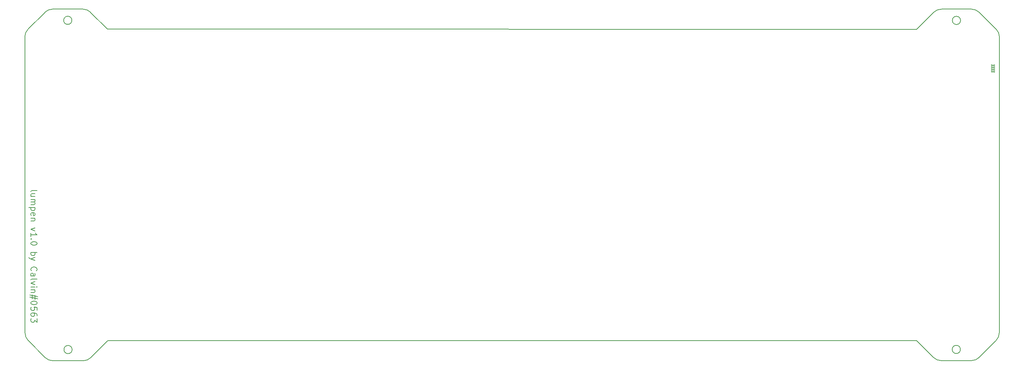
<source format=gbr>
%TF.GenerationSoftware,KiCad,Pcbnew,(6.0.7)*%
%TF.CreationDate,2023-01-05T12:45:50+01:00*%
%TF.ProjectId,lumpen backplate,6c756d70-656e-4206-9261-636b706c6174,rev?*%
%TF.SameCoordinates,Original*%
%TF.FileFunction,Legend,Top*%
%TF.FilePolarity,Positive*%
%FSLAX46Y46*%
G04 Gerber Fmt 4.6, Leading zero omitted, Abs format (unit mm)*
G04 Created by KiCad (PCBNEW (6.0.7)) date 2023-01-05 12:45:50*
%MOMM*%
%LPD*%
G01*
G04 APERTURE LIST*
%TA.AperFunction,Profile*%
%ADD10C,0.200000*%
%TD*%
%ADD11C,0.150000*%
%ADD12C,0.050000*%
G04 APERTURE END LIST*
D10*
X33287290Y-128781256D02*
X25917546Y-128781256D01*
X39350957Y-123825611D02*
X35178801Y-127997767D01*
X25855692Y-42668887D02*
G75*
G03*
X23964181Y-43452380I8J-2675013D01*
G01*
X19102418Y-121966128D02*
X19040564Y-49484019D01*
X236913960Y-123824293D02*
X39350957Y-123825611D01*
X252245970Y-43472322D02*
G75*
G03*
X250354482Y-42688810I-1891570J-1891578D01*
G01*
X242984738Y-42688823D02*
G75*
G03*
X241096372Y-43469515I-38J-2674077D01*
G01*
X252245993Y-43472299D02*
X256386121Y-47612427D01*
X39257075Y-47592508D02*
X236956244Y-47609643D01*
X236956244Y-47609643D02*
X241096372Y-43469515D01*
X30540436Y-45418891D02*
G75*
G03*
X30540436Y-45418891I-1000000J0D01*
G01*
X250315343Y-128747910D02*
X242945599Y-128747910D01*
X30602546Y-126031256D02*
G75*
G03*
X30602546Y-126031256I-1000000J0D01*
G01*
X25855692Y-42668891D02*
X33225436Y-42668891D01*
X257169610Y-49503938D02*
X257130471Y-121932782D01*
X247669482Y-45438810D02*
G75*
G03*
X247669482Y-45438810I-1000000J0D01*
G01*
X250315343Y-128747926D02*
G75*
G03*
X252206854Y-127964421I57J2674826D01*
G01*
X241054108Y-127964401D02*
G75*
G03*
X242945599Y-128747910I1891492J1891401D01*
G01*
X35116939Y-43452388D02*
G75*
G03*
X33225436Y-42668891I-1891439J-1891312D01*
G01*
X256346997Y-123824308D02*
G75*
G03*
X257130471Y-121932782I-1891797J1891608D01*
G01*
X256346982Y-123824293D02*
X252206854Y-127964421D01*
X33287290Y-128781221D02*
G75*
G03*
X35178801Y-127997767I110J2674821D01*
G01*
X24026035Y-127997767D02*
X19885907Y-123857639D01*
X242984738Y-42688810D02*
X250354482Y-42688810D01*
X241054088Y-127964421D02*
X236913960Y-123824293D01*
X24026051Y-127997751D02*
G75*
G03*
X25917546Y-128781256I1891549J1891551D01*
G01*
X19824057Y-47592512D02*
G75*
G03*
X19040564Y-49484019I1891443J-1891488D01*
G01*
X19824053Y-47592508D02*
X23964181Y-43452380D01*
X35116947Y-43452380D02*
X39257075Y-47592508D01*
X247630599Y-125997910D02*
G75*
G03*
X247630599Y-125997910I-1000000J0D01*
G01*
X257169605Y-49503938D02*
G75*
G03*
X256386121Y-47612427I-2675405J-162D01*
G01*
X19102451Y-121966128D02*
G75*
G03*
X19885907Y-123857639I2675149J28D01*
G01*
D11*
X20530428Y-87330357D02*
X20601857Y-87187500D01*
X20744714Y-87116071D01*
X22030428Y-87116071D01*
X21530428Y-88544642D02*
X20530428Y-88544642D01*
X21530428Y-87901785D02*
X20744714Y-87901785D01*
X20601857Y-87973214D01*
X20530428Y-88116071D01*
X20530428Y-88330357D01*
X20601857Y-88473214D01*
X20673285Y-88544642D01*
X20530428Y-89258928D02*
X21530428Y-89258928D01*
X21387571Y-89258928D02*
X21459000Y-89330357D01*
X21530428Y-89473214D01*
X21530428Y-89687500D01*
X21459000Y-89830357D01*
X21316142Y-89901785D01*
X20530428Y-89901785D01*
X21316142Y-89901785D02*
X21459000Y-89973214D01*
X21530428Y-90116071D01*
X21530428Y-90330357D01*
X21459000Y-90473214D01*
X21316142Y-90544642D01*
X20530428Y-90544642D01*
X21530428Y-91258928D02*
X20030428Y-91258928D01*
X21459000Y-91258928D02*
X21530428Y-91401785D01*
X21530428Y-91687500D01*
X21459000Y-91830357D01*
X21387571Y-91901785D01*
X21244714Y-91973214D01*
X20816142Y-91973214D01*
X20673285Y-91901785D01*
X20601857Y-91830357D01*
X20530428Y-91687500D01*
X20530428Y-91401785D01*
X20601857Y-91258928D01*
X20601857Y-93187500D02*
X20530428Y-93044642D01*
X20530428Y-92758928D01*
X20601857Y-92616071D01*
X20744714Y-92544642D01*
X21316142Y-92544642D01*
X21459000Y-92616071D01*
X21530428Y-92758928D01*
X21530428Y-93044642D01*
X21459000Y-93187500D01*
X21316142Y-93258928D01*
X21173285Y-93258928D01*
X21030428Y-92544642D01*
X21530428Y-93901785D02*
X20530428Y-93901785D01*
X21387571Y-93901785D02*
X21459000Y-93973214D01*
X21530428Y-94116071D01*
X21530428Y-94330357D01*
X21459000Y-94473214D01*
X21316142Y-94544642D01*
X20530428Y-94544642D01*
X21530428Y-96258928D02*
X20530428Y-96616071D01*
X21530428Y-96973214D01*
X20530428Y-98330357D02*
X20530428Y-97473214D01*
X20530428Y-97901785D02*
X22030428Y-97901785D01*
X21816142Y-97758928D01*
X21673285Y-97616071D01*
X21601857Y-97473214D01*
X20673285Y-98973214D02*
X20601857Y-99044642D01*
X20530428Y-98973214D01*
X20601857Y-98901785D01*
X20673285Y-98973214D01*
X20530428Y-98973214D01*
X22030428Y-99973214D02*
X22030428Y-100116071D01*
X21959000Y-100258928D01*
X21887571Y-100330357D01*
X21744714Y-100401785D01*
X21459000Y-100473214D01*
X21101857Y-100473214D01*
X20816142Y-100401785D01*
X20673285Y-100330357D01*
X20601857Y-100258928D01*
X20530428Y-100116071D01*
X20530428Y-99973214D01*
X20601857Y-99830357D01*
X20673285Y-99758928D01*
X20816142Y-99687500D01*
X21101857Y-99616071D01*
X21459000Y-99616071D01*
X21744714Y-99687500D01*
X21887571Y-99758928D01*
X21959000Y-99830357D01*
X22030428Y-99973214D01*
X20530428Y-102258928D02*
X22030428Y-102258928D01*
X21459000Y-102258928D02*
X21530428Y-102401785D01*
X21530428Y-102687500D01*
X21459000Y-102830357D01*
X21387571Y-102901785D01*
X21244714Y-102973214D01*
X20816142Y-102973214D01*
X20673285Y-102901785D01*
X20601857Y-102830357D01*
X20530428Y-102687500D01*
X20530428Y-102401785D01*
X20601857Y-102258928D01*
X21530428Y-103473214D02*
X20530428Y-103830357D01*
X21530428Y-104187500D02*
X20530428Y-103830357D01*
X20173285Y-103687500D01*
X20101857Y-103616071D01*
X20030428Y-103473214D01*
X20673285Y-106758928D02*
X20601857Y-106687500D01*
X20530428Y-106473214D01*
X20530428Y-106330357D01*
X20601857Y-106116071D01*
X20744714Y-105973214D01*
X20887571Y-105901785D01*
X21173285Y-105830357D01*
X21387571Y-105830357D01*
X21673285Y-105901785D01*
X21816142Y-105973214D01*
X21959000Y-106116071D01*
X22030428Y-106330357D01*
X22030428Y-106473214D01*
X21959000Y-106687500D01*
X21887571Y-106758928D01*
X20530428Y-108044642D02*
X21316142Y-108044642D01*
X21459000Y-107973214D01*
X21530428Y-107830357D01*
X21530428Y-107544642D01*
X21459000Y-107401785D01*
X20601857Y-108044642D02*
X20530428Y-107901785D01*
X20530428Y-107544642D01*
X20601857Y-107401785D01*
X20744714Y-107330357D01*
X20887571Y-107330357D01*
X21030428Y-107401785D01*
X21101857Y-107544642D01*
X21101857Y-107901785D01*
X21173285Y-108044642D01*
X20530428Y-108973214D02*
X20601857Y-108830357D01*
X20744714Y-108758928D01*
X22030428Y-108758928D01*
X21530428Y-109401785D02*
X20530428Y-109758928D01*
X21530428Y-110116071D01*
X20530428Y-110687500D02*
X21530428Y-110687500D01*
X22030428Y-110687500D02*
X21959000Y-110616071D01*
X21887571Y-110687500D01*
X21959000Y-110758928D01*
X22030428Y-110687500D01*
X21887571Y-110687500D01*
X21530428Y-111401785D02*
X20530428Y-111401785D01*
X21387571Y-111401785D02*
X21459000Y-111473214D01*
X21530428Y-111616071D01*
X21530428Y-111830357D01*
X21459000Y-111973214D01*
X21316142Y-112044642D01*
X20530428Y-112044642D01*
X21530428Y-112687500D02*
X21530428Y-113758928D01*
X22173285Y-113116071D02*
X20244714Y-112687500D01*
X20887571Y-113616071D02*
X20887571Y-112544642D01*
X20244714Y-113187500D02*
X22173285Y-113616071D01*
X22030428Y-114544642D02*
X22030428Y-114687500D01*
X21959000Y-114830357D01*
X21887571Y-114901785D01*
X21744714Y-114973214D01*
X21459000Y-115044642D01*
X21101857Y-115044642D01*
X20816142Y-114973214D01*
X20673285Y-114901785D01*
X20601857Y-114830357D01*
X20530428Y-114687500D01*
X20530428Y-114544642D01*
X20601857Y-114401785D01*
X20673285Y-114330357D01*
X20816142Y-114258928D01*
X21101857Y-114187500D01*
X21459000Y-114187500D01*
X21744714Y-114258928D01*
X21887571Y-114330357D01*
X21959000Y-114401785D01*
X22030428Y-114544642D01*
X22030428Y-116401785D02*
X22030428Y-115687500D01*
X21316142Y-115616071D01*
X21387571Y-115687500D01*
X21459000Y-115830357D01*
X21459000Y-116187500D01*
X21387571Y-116330357D01*
X21316142Y-116401785D01*
X21173285Y-116473214D01*
X20816142Y-116473214D01*
X20673285Y-116401785D01*
X20601857Y-116330357D01*
X20530428Y-116187500D01*
X20530428Y-115830357D01*
X20601857Y-115687500D01*
X20673285Y-115616071D01*
X22030428Y-117758928D02*
X22030428Y-117473214D01*
X21959000Y-117330357D01*
X21887571Y-117258928D01*
X21673285Y-117116071D01*
X21387571Y-117044642D01*
X20816142Y-117044642D01*
X20673285Y-117116071D01*
X20601857Y-117187500D01*
X20530428Y-117330357D01*
X20530428Y-117616071D01*
X20601857Y-117758928D01*
X20673285Y-117830357D01*
X20816142Y-117901785D01*
X21173285Y-117901785D01*
X21316142Y-117830357D01*
X21387571Y-117758928D01*
X21459000Y-117616071D01*
X21459000Y-117330357D01*
X21387571Y-117187500D01*
X21316142Y-117116071D01*
X21173285Y-117044642D01*
X22030428Y-118401785D02*
X22030428Y-119330357D01*
X21459000Y-118830357D01*
X21459000Y-119044642D01*
X21387571Y-119187500D01*
X21316142Y-119258928D01*
X21173285Y-119330357D01*
X20816142Y-119330357D01*
X20673285Y-119258928D01*
X20601857Y-119187500D01*
X20530428Y-119044642D01*
X20530428Y-118616071D01*
X20601857Y-118473214D01*
X20673285Y-118401785D01*
D12*
X255122023Y-58073809D02*
X255729166Y-58073809D01*
X255850595Y-58083333D01*
X255931547Y-58102380D01*
X255972023Y-58130952D01*
X255972023Y-58150000D01*
X255972023Y-57883333D02*
X255972023Y-57978571D01*
X255122023Y-57978571D01*
X255891071Y-57702380D02*
X255931547Y-57711904D01*
X255972023Y-57740476D01*
X255972023Y-57759523D01*
X255931547Y-57788095D01*
X255850595Y-57807142D01*
X255769642Y-57816666D01*
X255607738Y-57826190D01*
X255486309Y-57826190D01*
X255324404Y-57816666D01*
X255243452Y-57807142D01*
X255162500Y-57788095D01*
X255122023Y-57759523D01*
X255122023Y-57740476D01*
X255162500Y-57711904D01*
X255202976Y-57702380D01*
X255122023Y-57559523D02*
X255729166Y-57559523D01*
X255850595Y-57569047D01*
X255931547Y-57588095D01*
X255972023Y-57616666D01*
X255972023Y-57635714D01*
X255972023Y-57369047D02*
X255972023Y-57464285D01*
X255122023Y-57464285D01*
X255891071Y-57188095D02*
X255931547Y-57197619D01*
X255972023Y-57226190D01*
X255972023Y-57245238D01*
X255931547Y-57273809D01*
X255850595Y-57292857D01*
X255769642Y-57302380D01*
X255607738Y-57311904D01*
X255486309Y-57311904D01*
X255324404Y-57302380D01*
X255243452Y-57292857D01*
X255162500Y-57273809D01*
X255122023Y-57245238D01*
X255122023Y-57226190D01*
X255162500Y-57197619D01*
X255202976Y-57188095D01*
X255122023Y-57045238D02*
X255729166Y-57045238D01*
X255850595Y-57054761D01*
X255931547Y-57073809D01*
X255972023Y-57102380D01*
X255972023Y-57121428D01*
X255972023Y-56854761D02*
X255972023Y-56950000D01*
X255122023Y-56950000D01*
X255891071Y-56673809D02*
X255931547Y-56683333D01*
X255972023Y-56711904D01*
X255972023Y-56730952D01*
X255931547Y-56759523D01*
X255850595Y-56778571D01*
X255769642Y-56788095D01*
X255607738Y-56797619D01*
X255486309Y-56797619D01*
X255324404Y-56788095D01*
X255243452Y-56778571D01*
X255162500Y-56759523D01*
X255122023Y-56730952D01*
X255122023Y-56711904D01*
X255162500Y-56683333D01*
X255202976Y-56673809D01*
X255122023Y-56530952D02*
X255729166Y-56530952D01*
X255850595Y-56540476D01*
X255931547Y-56559523D01*
X255972023Y-56588095D01*
X255972023Y-56607142D01*
X255972023Y-56340476D02*
X255972023Y-56435714D01*
X255122023Y-56435714D01*
X255891071Y-56159523D02*
X255931547Y-56169047D01*
X255972023Y-56197619D01*
X255972023Y-56216666D01*
X255931547Y-56245238D01*
X255850595Y-56264285D01*
X255769642Y-56273809D01*
X255607738Y-56283333D01*
X255486309Y-56283333D01*
X255324404Y-56273809D01*
X255243452Y-56264285D01*
X255162500Y-56245238D01*
X255122023Y-56216666D01*
X255122023Y-56197619D01*
X255162500Y-56169047D01*
X255202976Y-56159523D01*
M02*

</source>
